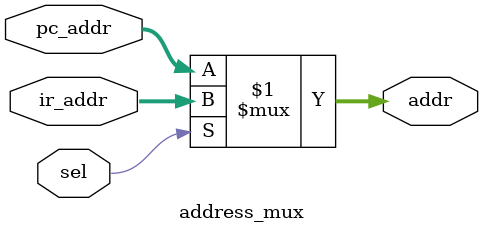
<source format=v>
module address_mux (
    input wire sel,
    input wire [4:0] pc_addr,
    input wire [4:0] ir_addr,
    output wire [4:0] addr
);

    assign addr = sel ? ir_addr : pc_addr;

endmodule

</source>
